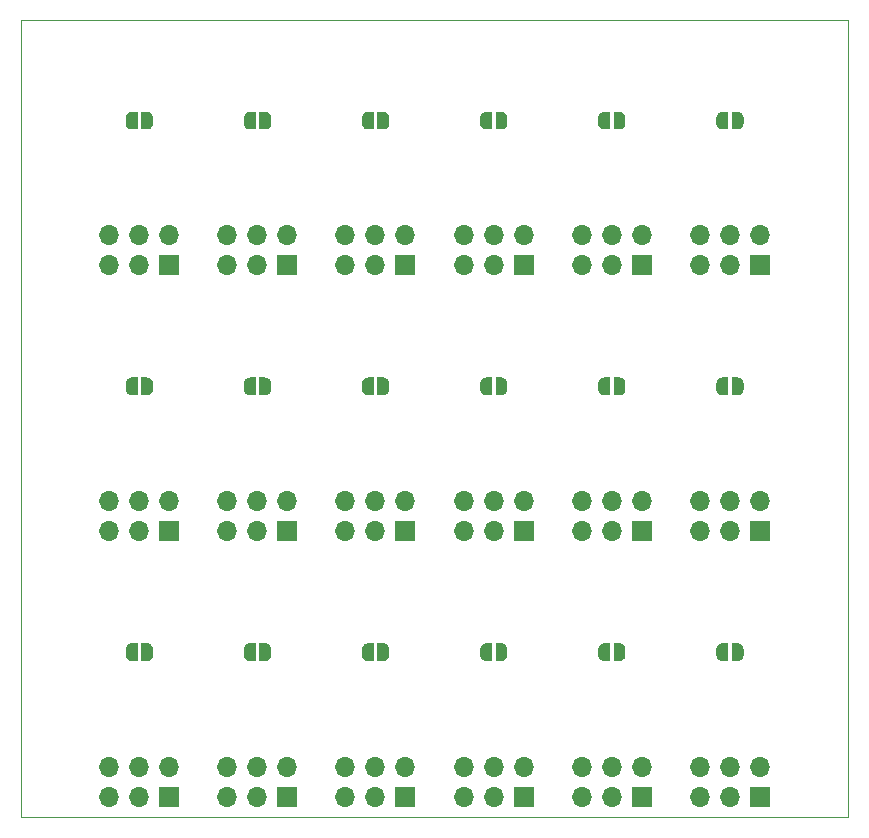
<source format=gbr>
G04 #@! TF.GenerationSoftware,KiCad,Pcbnew,5.1.10-88a1d61d58~90~ubuntu21.04.1*
G04 #@! TF.CreationDate,2021-10-15T10:02:05+02:00*
G04 #@! TF.ProjectId,IndicatorLeds,496e6469-6361-4746-9f72-4c6564732e6b,rev?*
G04 #@! TF.SameCoordinates,Original*
G04 #@! TF.FileFunction,Soldermask,Bot*
G04 #@! TF.FilePolarity,Negative*
%FSLAX46Y46*%
G04 Gerber Fmt 4.6, Leading zero omitted, Abs format (unit mm)*
G04 Created by KiCad (PCBNEW 5.1.10-88a1d61d58~90~ubuntu21.04.1) date 2021-10-15 10:02:05*
%MOMM*%
%LPD*%
G01*
G04 APERTURE LIST*
G04 #@! TA.AperFunction,Profile*
%ADD10C,0.100000*%
G04 #@! TD*
%ADD11R,1.700000X1.700000*%
%ADD12O,1.700000X1.700000*%
%ADD13C,0.350000*%
G04 APERTURE END LIST*
D10*
X45000000Y-49999000D02*
X110000000Y-49999000D01*
X45000000Y-117501000D02*
X45000000Y-49999000D01*
X115001000Y-117501000D02*
X45000000Y-117501000D01*
X115001000Y-49999000D02*
X115001000Y-117501000D01*
X110000000Y-49999000D02*
X115001000Y-49999000D01*
D11*
G04 #@! TO.C,J1*
X107529026Y-115761011D03*
D12*
X107529026Y-113221011D03*
X104989026Y-115761011D03*
X104989026Y-113221011D03*
X102449026Y-115761011D03*
X102449026Y-113221011D03*
G04 #@! TD*
D13*
G04 #@! TO.C,JP1*
G36*
X104850026Y-104250011D02*
G01*
X104350026Y-104250011D01*
X104350026Y-104249409D01*
X104325492Y-104249409D01*
X104276661Y-104244599D01*
X104228536Y-104235027D01*
X104181581Y-104220783D01*
X104136248Y-104202006D01*
X104092975Y-104178875D01*
X104052176Y-104151615D01*
X104014247Y-104120487D01*
X103979550Y-104085790D01*
X103948422Y-104047861D01*
X103921162Y-104007062D01*
X103898031Y-103963789D01*
X103879254Y-103918456D01*
X103865010Y-103871501D01*
X103855438Y-103823376D01*
X103850628Y-103774545D01*
X103850628Y-103750011D01*
X103850026Y-103750011D01*
X103850026Y-103250011D01*
X103850628Y-103250011D01*
X103850628Y-103225477D01*
X103855438Y-103176646D01*
X103865010Y-103128521D01*
X103879254Y-103081566D01*
X103898031Y-103036233D01*
X103921162Y-102992960D01*
X103948422Y-102952161D01*
X103979550Y-102914232D01*
X104014247Y-102879535D01*
X104052176Y-102848407D01*
X104092975Y-102821147D01*
X104136248Y-102798016D01*
X104181581Y-102779239D01*
X104228536Y-102764995D01*
X104276661Y-102755423D01*
X104325492Y-102750613D01*
X104350026Y-102750613D01*
X104350026Y-102750011D01*
X104850026Y-102750011D01*
X104850026Y-104250011D01*
G37*
G36*
X105650026Y-102750613D02*
G01*
X105674560Y-102750613D01*
X105723391Y-102755423D01*
X105771516Y-102764995D01*
X105818471Y-102779239D01*
X105863804Y-102798016D01*
X105907077Y-102821147D01*
X105947876Y-102848407D01*
X105985805Y-102879535D01*
X106020502Y-102914232D01*
X106051630Y-102952161D01*
X106078890Y-102992960D01*
X106102021Y-103036233D01*
X106120798Y-103081566D01*
X106135042Y-103128521D01*
X106144614Y-103176646D01*
X106149424Y-103225477D01*
X106149424Y-103250011D01*
X106150026Y-103250011D01*
X106150026Y-103750011D01*
X106149424Y-103750011D01*
X106149424Y-103774545D01*
X106144614Y-103823376D01*
X106135042Y-103871501D01*
X106120798Y-103918456D01*
X106102021Y-103963789D01*
X106078890Y-104007062D01*
X106051630Y-104047861D01*
X106020502Y-104085790D01*
X105985805Y-104120487D01*
X105947876Y-104151615D01*
X105907077Y-104178875D01*
X105863804Y-104202006D01*
X105818471Y-104220783D01*
X105771516Y-104235027D01*
X105723391Y-104244599D01*
X105674560Y-104249409D01*
X105650026Y-104249409D01*
X105650026Y-104250011D01*
X105150026Y-104250011D01*
X105150026Y-102750011D01*
X105650026Y-102750011D01*
X105650026Y-102750613D01*
G37*
G04 #@! TD*
D11*
G04 #@! TO.C,J1*
X97529021Y-115761011D03*
D12*
X97529021Y-113221011D03*
X94989021Y-115761011D03*
X94989021Y-113221011D03*
X92449021Y-115761011D03*
X92449021Y-113221011D03*
G04 #@! TD*
D13*
G04 #@! TO.C,JP1*
G36*
X94850021Y-104250011D02*
G01*
X94350021Y-104250011D01*
X94350021Y-104249409D01*
X94325487Y-104249409D01*
X94276656Y-104244599D01*
X94228531Y-104235027D01*
X94181576Y-104220783D01*
X94136243Y-104202006D01*
X94092970Y-104178875D01*
X94052171Y-104151615D01*
X94014242Y-104120487D01*
X93979545Y-104085790D01*
X93948417Y-104047861D01*
X93921157Y-104007062D01*
X93898026Y-103963789D01*
X93879249Y-103918456D01*
X93865005Y-103871501D01*
X93855433Y-103823376D01*
X93850623Y-103774545D01*
X93850623Y-103750011D01*
X93850021Y-103750011D01*
X93850021Y-103250011D01*
X93850623Y-103250011D01*
X93850623Y-103225477D01*
X93855433Y-103176646D01*
X93865005Y-103128521D01*
X93879249Y-103081566D01*
X93898026Y-103036233D01*
X93921157Y-102992960D01*
X93948417Y-102952161D01*
X93979545Y-102914232D01*
X94014242Y-102879535D01*
X94052171Y-102848407D01*
X94092970Y-102821147D01*
X94136243Y-102798016D01*
X94181576Y-102779239D01*
X94228531Y-102764995D01*
X94276656Y-102755423D01*
X94325487Y-102750613D01*
X94350021Y-102750613D01*
X94350021Y-102750011D01*
X94850021Y-102750011D01*
X94850021Y-104250011D01*
G37*
G36*
X95650021Y-102750613D02*
G01*
X95674555Y-102750613D01*
X95723386Y-102755423D01*
X95771511Y-102764995D01*
X95818466Y-102779239D01*
X95863799Y-102798016D01*
X95907072Y-102821147D01*
X95947871Y-102848407D01*
X95985800Y-102879535D01*
X96020497Y-102914232D01*
X96051625Y-102952161D01*
X96078885Y-102992960D01*
X96102016Y-103036233D01*
X96120793Y-103081566D01*
X96135037Y-103128521D01*
X96144609Y-103176646D01*
X96149419Y-103225477D01*
X96149419Y-103250011D01*
X96150021Y-103250011D01*
X96150021Y-103750011D01*
X96149419Y-103750011D01*
X96149419Y-103774545D01*
X96144609Y-103823376D01*
X96135037Y-103871501D01*
X96120793Y-103918456D01*
X96102016Y-103963789D01*
X96078885Y-104007062D01*
X96051625Y-104047861D01*
X96020497Y-104085790D01*
X95985800Y-104120487D01*
X95947871Y-104151615D01*
X95907072Y-104178875D01*
X95863799Y-104202006D01*
X95818466Y-104220783D01*
X95771511Y-104235027D01*
X95723386Y-104244599D01*
X95674555Y-104249409D01*
X95650021Y-104249409D01*
X95650021Y-104250011D01*
X95150021Y-104250011D01*
X95150021Y-102750011D01*
X95650021Y-102750011D01*
X95650021Y-102750613D01*
G37*
G04 #@! TD*
D11*
G04 #@! TO.C,J1*
X87529016Y-115761011D03*
D12*
X87529016Y-113221011D03*
X84989016Y-115761011D03*
X84989016Y-113221011D03*
X82449016Y-115761011D03*
X82449016Y-113221011D03*
G04 #@! TD*
D13*
G04 #@! TO.C,JP1*
G36*
X84850016Y-104250011D02*
G01*
X84350016Y-104250011D01*
X84350016Y-104249409D01*
X84325482Y-104249409D01*
X84276651Y-104244599D01*
X84228526Y-104235027D01*
X84181571Y-104220783D01*
X84136238Y-104202006D01*
X84092965Y-104178875D01*
X84052166Y-104151615D01*
X84014237Y-104120487D01*
X83979540Y-104085790D01*
X83948412Y-104047861D01*
X83921152Y-104007062D01*
X83898021Y-103963789D01*
X83879244Y-103918456D01*
X83865000Y-103871501D01*
X83855428Y-103823376D01*
X83850618Y-103774545D01*
X83850618Y-103750011D01*
X83850016Y-103750011D01*
X83850016Y-103250011D01*
X83850618Y-103250011D01*
X83850618Y-103225477D01*
X83855428Y-103176646D01*
X83865000Y-103128521D01*
X83879244Y-103081566D01*
X83898021Y-103036233D01*
X83921152Y-102992960D01*
X83948412Y-102952161D01*
X83979540Y-102914232D01*
X84014237Y-102879535D01*
X84052166Y-102848407D01*
X84092965Y-102821147D01*
X84136238Y-102798016D01*
X84181571Y-102779239D01*
X84228526Y-102764995D01*
X84276651Y-102755423D01*
X84325482Y-102750613D01*
X84350016Y-102750613D01*
X84350016Y-102750011D01*
X84850016Y-102750011D01*
X84850016Y-104250011D01*
G37*
G36*
X85650016Y-102750613D02*
G01*
X85674550Y-102750613D01*
X85723381Y-102755423D01*
X85771506Y-102764995D01*
X85818461Y-102779239D01*
X85863794Y-102798016D01*
X85907067Y-102821147D01*
X85947866Y-102848407D01*
X85985795Y-102879535D01*
X86020492Y-102914232D01*
X86051620Y-102952161D01*
X86078880Y-102992960D01*
X86102011Y-103036233D01*
X86120788Y-103081566D01*
X86135032Y-103128521D01*
X86144604Y-103176646D01*
X86149414Y-103225477D01*
X86149414Y-103250011D01*
X86150016Y-103250011D01*
X86150016Y-103750011D01*
X86149414Y-103750011D01*
X86149414Y-103774545D01*
X86144604Y-103823376D01*
X86135032Y-103871501D01*
X86120788Y-103918456D01*
X86102011Y-103963789D01*
X86078880Y-104007062D01*
X86051620Y-104047861D01*
X86020492Y-104085790D01*
X85985795Y-104120487D01*
X85947866Y-104151615D01*
X85907067Y-104178875D01*
X85863794Y-104202006D01*
X85818461Y-104220783D01*
X85771506Y-104235027D01*
X85723381Y-104244599D01*
X85674550Y-104249409D01*
X85650016Y-104249409D01*
X85650016Y-104250011D01*
X85150016Y-104250011D01*
X85150016Y-102750011D01*
X85650016Y-102750011D01*
X85650016Y-102750613D01*
G37*
G04 #@! TD*
D11*
G04 #@! TO.C,J1*
X77529011Y-115761011D03*
D12*
X77529011Y-113221011D03*
X74989011Y-115761011D03*
X74989011Y-113221011D03*
X72449011Y-115761011D03*
X72449011Y-113221011D03*
G04 #@! TD*
D13*
G04 #@! TO.C,JP1*
G36*
X74850011Y-104250011D02*
G01*
X74350011Y-104250011D01*
X74350011Y-104249409D01*
X74325477Y-104249409D01*
X74276646Y-104244599D01*
X74228521Y-104235027D01*
X74181566Y-104220783D01*
X74136233Y-104202006D01*
X74092960Y-104178875D01*
X74052161Y-104151615D01*
X74014232Y-104120487D01*
X73979535Y-104085790D01*
X73948407Y-104047861D01*
X73921147Y-104007062D01*
X73898016Y-103963789D01*
X73879239Y-103918456D01*
X73864995Y-103871501D01*
X73855423Y-103823376D01*
X73850613Y-103774545D01*
X73850613Y-103750011D01*
X73850011Y-103750011D01*
X73850011Y-103250011D01*
X73850613Y-103250011D01*
X73850613Y-103225477D01*
X73855423Y-103176646D01*
X73864995Y-103128521D01*
X73879239Y-103081566D01*
X73898016Y-103036233D01*
X73921147Y-102992960D01*
X73948407Y-102952161D01*
X73979535Y-102914232D01*
X74014232Y-102879535D01*
X74052161Y-102848407D01*
X74092960Y-102821147D01*
X74136233Y-102798016D01*
X74181566Y-102779239D01*
X74228521Y-102764995D01*
X74276646Y-102755423D01*
X74325477Y-102750613D01*
X74350011Y-102750613D01*
X74350011Y-102750011D01*
X74850011Y-102750011D01*
X74850011Y-104250011D01*
G37*
G36*
X75650011Y-102750613D02*
G01*
X75674545Y-102750613D01*
X75723376Y-102755423D01*
X75771501Y-102764995D01*
X75818456Y-102779239D01*
X75863789Y-102798016D01*
X75907062Y-102821147D01*
X75947861Y-102848407D01*
X75985790Y-102879535D01*
X76020487Y-102914232D01*
X76051615Y-102952161D01*
X76078875Y-102992960D01*
X76102006Y-103036233D01*
X76120783Y-103081566D01*
X76135027Y-103128521D01*
X76144599Y-103176646D01*
X76149409Y-103225477D01*
X76149409Y-103250011D01*
X76150011Y-103250011D01*
X76150011Y-103750011D01*
X76149409Y-103750011D01*
X76149409Y-103774545D01*
X76144599Y-103823376D01*
X76135027Y-103871501D01*
X76120783Y-103918456D01*
X76102006Y-103963789D01*
X76078875Y-104007062D01*
X76051615Y-104047861D01*
X76020487Y-104085790D01*
X75985790Y-104120487D01*
X75947861Y-104151615D01*
X75907062Y-104178875D01*
X75863789Y-104202006D01*
X75818456Y-104220783D01*
X75771501Y-104235027D01*
X75723376Y-104244599D01*
X75674545Y-104249409D01*
X75650011Y-104249409D01*
X75650011Y-104250011D01*
X75150011Y-104250011D01*
X75150011Y-102750011D01*
X75650011Y-102750011D01*
X75650011Y-102750613D01*
G37*
G04 #@! TD*
D11*
G04 #@! TO.C,J1*
X67529006Y-115761011D03*
D12*
X67529006Y-113221011D03*
X64989006Y-115761011D03*
X64989006Y-113221011D03*
X62449006Y-115761011D03*
X62449006Y-113221011D03*
G04 #@! TD*
D13*
G04 #@! TO.C,JP1*
G36*
X64850006Y-104250011D02*
G01*
X64350006Y-104250011D01*
X64350006Y-104249409D01*
X64325472Y-104249409D01*
X64276641Y-104244599D01*
X64228516Y-104235027D01*
X64181561Y-104220783D01*
X64136228Y-104202006D01*
X64092955Y-104178875D01*
X64052156Y-104151615D01*
X64014227Y-104120487D01*
X63979530Y-104085790D01*
X63948402Y-104047861D01*
X63921142Y-104007062D01*
X63898011Y-103963789D01*
X63879234Y-103918456D01*
X63864990Y-103871501D01*
X63855418Y-103823376D01*
X63850608Y-103774545D01*
X63850608Y-103750011D01*
X63850006Y-103750011D01*
X63850006Y-103250011D01*
X63850608Y-103250011D01*
X63850608Y-103225477D01*
X63855418Y-103176646D01*
X63864990Y-103128521D01*
X63879234Y-103081566D01*
X63898011Y-103036233D01*
X63921142Y-102992960D01*
X63948402Y-102952161D01*
X63979530Y-102914232D01*
X64014227Y-102879535D01*
X64052156Y-102848407D01*
X64092955Y-102821147D01*
X64136228Y-102798016D01*
X64181561Y-102779239D01*
X64228516Y-102764995D01*
X64276641Y-102755423D01*
X64325472Y-102750613D01*
X64350006Y-102750613D01*
X64350006Y-102750011D01*
X64850006Y-102750011D01*
X64850006Y-104250011D01*
G37*
G36*
X65650006Y-102750613D02*
G01*
X65674540Y-102750613D01*
X65723371Y-102755423D01*
X65771496Y-102764995D01*
X65818451Y-102779239D01*
X65863784Y-102798016D01*
X65907057Y-102821147D01*
X65947856Y-102848407D01*
X65985785Y-102879535D01*
X66020482Y-102914232D01*
X66051610Y-102952161D01*
X66078870Y-102992960D01*
X66102001Y-103036233D01*
X66120778Y-103081566D01*
X66135022Y-103128521D01*
X66144594Y-103176646D01*
X66149404Y-103225477D01*
X66149404Y-103250011D01*
X66150006Y-103250011D01*
X66150006Y-103750011D01*
X66149404Y-103750011D01*
X66149404Y-103774545D01*
X66144594Y-103823376D01*
X66135022Y-103871501D01*
X66120778Y-103918456D01*
X66102001Y-103963789D01*
X66078870Y-104007062D01*
X66051610Y-104047861D01*
X66020482Y-104085790D01*
X65985785Y-104120487D01*
X65947856Y-104151615D01*
X65907057Y-104178875D01*
X65863784Y-104202006D01*
X65818451Y-104220783D01*
X65771496Y-104235027D01*
X65723371Y-104244599D01*
X65674540Y-104249409D01*
X65650006Y-104249409D01*
X65650006Y-104250011D01*
X65150006Y-104250011D01*
X65150006Y-102750011D01*
X65650006Y-102750011D01*
X65650006Y-102750613D01*
G37*
G04 #@! TD*
D11*
G04 #@! TO.C,J1*
X57529001Y-115761011D03*
D12*
X57529001Y-113221011D03*
X54989001Y-115761011D03*
X54989001Y-113221011D03*
X52449001Y-115761011D03*
X52449001Y-113221011D03*
G04 #@! TD*
D13*
G04 #@! TO.C,JP1*
G36*
X54850001Y-104250011D02*
G01*
X54350001Y-104250011D01*
X54350001Y-104249409D01*
X54325467Y-104249409D01*
X54276636Y-104244599D01*
X54228511Y-104235027D01*
X54181556Y-104220783D01*
X54136223Y-104202006D01*
X54092950Y-104178875D01*
X54052151Y-104151615D01*
X54014222Y-104120487D01*
X53979525Y-104085790D01*
X53948397Y-104047861D01*
X53921137Y-104007062D01*
X53898006Y-103963789D01*
X53879229Y-103918456D01*
X53864985Y-103871501D01*
X53855413Y-103823376D01*
X53850603Y-103774545D01*
X53850603Y-103750011D01*
X53850001Y-103750011D01*
X53850001Y-103250011D01*
X53850603Y-103250011D01*
X53850603Y-103225477D01*
X53855413Y-103176646D01*
X53864985Y-103128521D01*
X53879229Y-103081566D01*
X53898006Y-103036233D01*
X53921137Y-102992960D01*
X53948397Y-102952161D01*
X53979525Y-102914232D01*
X54014222Y-102879535D01*
X54052151Y-102848407D01*
X54092950Y-102821147D01*
X54136223Y-102798016D01*
X54181556Y-102779239D01*
X54228511Y-102764995D01*
X54276636Y-102755423D01*
X54325467Y-102750613D01*
X54350001Y-102750613D01*
X54350001Y-102750011D01*
X54850001Y-102750011D01*
X54850001Y-104250011D01*
G37*
G36*
X55650001Y-102750613D02*
G01*
X55674535Y-102750613D01*
X55723366Y-102755423D01*
X55771491Y-102764995D01*
X55818446Y-102779239D01*
X55863779Y-102798016D01*
X55907052Y-102821147D01*
X55947851Y-102848407D01*
X55985780Y-102879535D01*
X56020477Y-102914232D01*
X56051605Y-102952161D01*
X56078865Y-102992960D01*
X56101996Y-103036233D01*
X56120773Y-103081566D01*
X56135017Y-103128521D01*
X56144589Y-103176646D01*
X56149399Y-103225477D01*
X56149399Y-103250011D01*
X56150001Y-103250011D01*
X56150001Y-103750011D01*
X56149399Y-103750011D01*
X56149399Y-103774545D01*
X56144589Y-103823376D01*
X56135017Y-103871501D01*
X56120773Y-103918456D01*
X56101996Y-103963789D01*
X56078865Y-104007062D01*
X56051605Y-104047861D01*
X56020477Y-104085790D01*
X55985780Y-104120487D01*
X55947851Y-104151615D01*
X55907052Y-104178875D01*
X55863779Y-104202006D01*
X55818446Y-104220783D01*
X55771491Y-104235027D01*
X55723366Y-104244599D01*
X55674535Y-104249409D01*
X55650001Y-104249409D01*
X55650001Y-104250011D01*
X55150001Y-104250011D01*
X55150001Y-102750011D01*
X55650001Y-102750011D01*
X55650001Y-102750613D01*
G37*
G04 #@! TD*
D11*
G04 #@! TO.C,J1*
X107529026Y-93261006D03*
D12*
X107529026Y-90721006D03*
X104989026Y-93261006D03*
X104989026Y-90721006D03*
X102449026Y-93261006D03*
X102449026Y-90721006D03*
G04 #@! TD*
D13*
G04 #@! TO.C,JP1*
G36*
X104850026Y-81750006D02*
G01*
X104350026Y-81750006D01*
X104350026Y-81749404D01*
X104325492Y-81749404D01*
X104276661Y-81744594D01*
X104228536Y-81735022D01*
X104181581Y-81720778D01*
X104136248Y-81702001D01*
X104092975Y-81678870D01*
X104052176Y-81651610D01*
X104014247Y-81620482D01*
X103979550Y-81585785D01*
X103948422Y-81547856D01*
X103921162Y-81507057D01*
X103898031Y-81463784D01*
X103879254Y-81418451D01*
X103865010Y-81371496D01*
X103855438Y-81323371D01*
X103850628Y-81274540D01*
X103850628Y-81250006D01*
X103850026Y-81250006D01*
X103850026Y-80750006D01*
X103850628Y-80750006D01*
X103850628Y-80725472D01*
X103855438Y-80676641D01*
X103865010Y-80628516D01*
X103879254Y-80581561D01*
X103898031Y-80536228D01*
X103921162Y-80492955D01*
X103948422Y-80452156D01*
X103979550Y-80414227D01*
X104014247Y-80379530D01*
X104052176Y-80348402D01*
X104092975Y-80321142D01*
X104136248Y-80298011D01*
X104181581Y-80279234D01*
X104228536Y-80264990D01*
X104276661Y-80255418D01*
X104325492Y-80250608D01*
X104350026Y-80250608D01*
X104350026Y-80250006D01*
X104850026Y-80250006D01*
X104850026Y-81750006D01*
G37*
G36*
X105650026Y-80250608D02*
G01*
X105674560Y-80250608D01*
X105723391Y-80255418D01*
X105771516Y-80264990D01*
X105818471Y-80279234D01*
X105863804Y-80298011D01*
X105907077Y-80321142D01*
X105947876Y-80348402D01*
X105985805Y-80379530D01*
X106020502Y-80414227D01*
X106051630Y-80452156D01*
X106078890Y-80492955D01*
X106102021Y-80536228D01*
X106120798Y-80581561D01*
X106135042Y-80628516D01*
X106144614Y-80676641D01*
X106149424Y-80725472D01*
X106149424Y-80750006D01*
X106150026Y-80750006D01*
X106150026Y-81250006D01*
X106149424Y-81250006D01*
X106149424Y-81274540D01*
X106144614Y-81323371D01*
X106135042Y-81371496D01*
X106120798Y-81418451D01*
X106102021Y-81463784D01*
X106078890Y-81507057D01*
X106051630Y-81547856D01*
X106020502Y-81585785D01*
X105985805Y-81620482D01*
X105947876Y-81651610D01*
X105907077Y-81678870D01*
X105863804Y-81702001D01*
X105818471Y-81720778D01*
X105771516Y-81735022D01*
X105723391Y-81744594D01*
X105674560Y-81749404D01*
X105650026Y-81749404D01*
X105650026Y-81750006D01*
X105150026Y-81750006D01*
X105150026Y-80250006D01*
X105650026Y-80250006D01*
X105650026Y-80250608D01*
G37*
G04 #@! TD*
D11*
G04 #@! TO.C,J1*
X97529021Y-93261006D03*
D12*
X97529021Y-90721006D03*
X94989021Y-93261006D03*
X94989021Y-90721006D03*
X92449021Y-93261006D03*
X92449021Y-90721006D03*
G04 #@! TD*
D13*
G04 #@! TO.C,JP1*
G36*
X94850021Y-81750006D02*
G01*
X94350021Y-81750006D01*
X94350021Y-81749404D01*
X94325487Y-81749404D01*
X94276656Y-81744594D01*
X94228531Y-81735022D01*
X94181576Y-81720778D01*
X94136243Y-81702001D01*
X94092970Y-81678870D01*
X94052171Y-81651610D01*
X94014242Y-81620482D01*
X93979545Y-81585785D01*
X93948417Y-81547856D01*
X93921157Y-81507057D01*
X93898026Y-81463784D01*
X93879249Y-81418451D01*
X93865005Y-81371496D01*
X93855433Y-81323371D01*
X93850623Y-81274540D01*
X93850623Y-81250006D01*
X93850021Y-81250006D01*
X93850021Y-80750006D01*
X93850623Y-80750006D01*
X93850623Y-80725472D01*
X93855433Y-80676641D01*
X93865005Y-80628516D01*
X93879249Y-80581561D01*
X93898026Y-80536228D01*
X93921157Y-80492955D01*
X93948417Y-80452156D01*
X93979545Y-80414227D01*
X94014242Y-80379530D01*
X94052171Y-80348402D01*
X94092970Y-80321142D01*
X94136243Y-80298011D01*
X94181576Y-80279234D01*
X94228531Y-80264990D01*
X94276656Y-80255418D01*
X94325487Y-80250608D01*
X94350021Y-80250608D01*
X94350021Y-80250006D01*
X94850021Y-80250006D01*
X94850021Y-81750006D01*
G37*
G36*
X95650021Y-80250608D02*
G01*
X95674555Y-80250608D01*
X95723386Y-80255418D01*
X95771511Y-80264990D01*
X95818466Y-80279234D01*
X95863799Y-80298011D01*
X95907072Y-80321142D01*
X95947871Y-80348402D01*
X95985800Y-80379530D01*
X96020497Y-80414227D01*
X96051625Y-80452156D01*
X96078885Y-80492955D01*
X96102016Y-80536228D01*
X96120793Y-80581561D01*
X96135037Y-80628516D01*
X96144609Y-80676641D01*
X96149419Y-80725472D01*
X96149419Y-80750006D01*
X96150021Y-80750006D01*
X96150021Y-81250006D01*
X96149419Y-81250006D01*
X96149419Y-81274540D01*
X96144609Y-81323371D01*
X96135037Y-81371496D01*
X96120793Y-81418451D01*
X96102016Y-81463784D01*
X96078885Y-81507057D01*
X96051625Y-81547856D01*
X96020497Y-81585785D01*
X95985800Y-81620482D01*
X95947871Y-81651610D01*
X95907072Y-81678870D01*
X95863799Y-81702001D01*
X95818466Y-81720778D01*
X95771511Y-81735022D01*
X95723386Y-81744594D01*
X95674555Y-81749404D01*
X95650021Y-81749404D01*
X95650021Y-81750006D01*
X95150021Y-81750006D01*
X95150021Y-80250006D01*
X95650021Y-80250006D01*
X95650021Y-80250608D01*
G37*
G04 #@! TD*
D11*
G04 #@! TO.C,J1*
X87529016Y-93261006D03*
D12*
X87529016Y-90721006D03*
X84989016Y-93261006D03*
X84989016Y-90721006D03*
X82449016Y-93261006D03*
X82449016Y-90721006D03*
G04 #@! TD*
D13*
G04 #@! TO.C,JP1*
G36*
X84850016Y-81750006D02*
G01*
X84350016Y-81750006D01*
X84350016Y-81749404D01*
X84325482Y-81749404D01*
X84276651Y-81744594D01*
X84228526Y-81735022D01*
X84181571Y-81720778D01*
X84136238Y-81702001D01*
X84092965Y-81678870D01*
X84052166Y-81651610D01*
X84014237Y-81620482D01*
X83979540Y-81585785D01*
X83948412Y-81547856D01*
X83921152Y-81507057D01*
X83898021Y-81463784D01*
X83879244Y-81418451D01*
X83865000Y-81371496D01*
X83855428Y-81323371D01*
X83850618Y-81274540D01*
X83850618Y-81250006D01*
X83850016Y-81250006D01*
X83850016Y-80750006D01*
X83850618Y-80750006D01*
X83850618Y-80725472D01*
X83855428Y-80676641D01*
X83865000Y-80628516D01*
X83879244Y-80581561D01*
X83898021Y-80536228D01*
X83921152Y-80492955D01*
X83948412Y-80452156D01*
X83979540Y-80414227D01*
X84014237Y-80379530D01*
X84052166Y-80348402D01*
X84092965Y-80321142D01*
X84136238Y-80298011D01*
X84181571Y-80279234D01*
X84228526Y-80264990D01*
X84276651Y-80255418D01*
X84325482Y-80250608D01*
X84350016Y-80250608D01*
X84350016Y-80250006D01*
X84850016Y-80250006D01*
X84850016Y-81750006D01*
G37*
G36*
X85650016Y-80250608D02*
G01*
X85674550Y-80250608D01*
X85723381Y-80255418D01*
X85771506Y-80264990D01*
X85818461Y-80279234D01*
X85863794Y-80298011D01*
X85907067Y-80321142D01*
X85947866Y-80348402D01*
X85985795Y-80379530D01*
X86020492Y-80414227D01*
X86051620Y-80452156D01*
X86078880Y-80492955D01*
X86102011Y-80536228D01*
X86120788Y-80581561D01*
X86135032Y-80628516D01*
X86144604Y-80676641D01*
X86149414Y-80725472D01*
X86149414Y-80750006D01*
X86150016Y-80750006D01*
X86150016Y-81250006D01*
X86149414Y-81250006D01*
X86149414Y-81274540D01*
X86144604Y-81323371D01*
X86135032Y-81371496D01*
X86120788Y-81418451D01*
X86102011Y-81463784D01*
X86078880Y-81507057D01*
X86051620Y-81547856D01*
X86020492Y-81585785D01*
X85985795Y-81620482D01*
X85947866Y-81651610D01*
X85907067Y-81678870D01*
X85863794Y-81702001D01*
X85818461Y-81720778D01*
X85771506Y-81735022D01*
X85723381Y-81744594D01*
X85674550Y-81749404D01*
X85650016Y-81749404D01*
X85650016Y-81750006D01*
X85150016Y-81750006D01*
X85150016Y-80250006D01*
X85650016Y-80250006D01*
X85650016Y-80250608D01*
G37*
G04 #@! TD*
D11*
G04 #@! TO.C,J1*
X77529011Y-93261006D03*
D12*
X77529011Y-90721006D03*
X74989011Y-93261006D03*
X74989011Y-90721006D03*
X72449011Y-93261006D03*
X72449011Y-90721006D03*
G04 #@! TD*
D13*
G04 #@! TO.C,JP1*
G36*
X74850011Y-81750006D02*
G01*
X74350011Y-81750006D01*
X74350011Y-81749404D01*
X74325477Y-81749404D01*
X74276646Y-81744594D01*
X74228521Y-81735022D01*
X74181566Y-81720778D01*
X74136233Y-81702001D01*
X74092960Y-81678870D01*
X74052161Y-81651610D01*
X74014232Y-81620482D01*
X73979535Y-81585785D01*
X73948407Y-81547856D01*
X73921147Y-81507057D01*
X73898016Y-81463784D01*
X73879239Y-81418451D01*
X73864995Y-81371496D01*
X73855423Y-81323371D01*
X73850613Y-81274540D01*
X73850613Y-81250006D01*
X73850011Y-81250006D01*
X73850011Y-80750006D01*
X73850613Y-80750006D01*
X73850613Y-80725472D01*
X73855423Y-80676641D01*
X73864995Y-80628516D01*
X73879239Y-80581561D01*
X73898016Y-80536228D01*
X73921147Y-80492955D01*
X73948407Y-80452156D01*
X73979535Y-80414227D01*
X74014232Y-80379530D01*
X74052161Y-80348402D01*
X74092960Y-80321142D01*
X74136233Y-80298011D01*
X74181566Y-80279234D01*
X74228521Y-80264990D01*
X74276646Y-80255418D01*
X74325477Y-80250608D01*
X74350011Y-80250608D01*
X74350011Y-80250006D01*
X74850011Y-80250006D01*
X74850011Y-81750006D01*
G37*
G36*
X75650011Y-80250608D02*
G01*
X75674545Y-80250608D01*
X75723376Y-80255418D01*
X75771501Y-80264990D01*
X75818456Y-80279234D01*
X75863789Y-80298011D01*
X75907062Y-80321142D01*
X75947861Y-80348402D01*
X75985790Y-80379530D01*
X76020487Y-80414227D01*
X76051615Y-80452156D01*
X76078875Y-80492955D01*
X76102006Y-80536228D01*
X76120783Y-80581561D01*
X76135027Y-80628516D01*
X76144599Y-80676641D01*
X76149409Y-80725472D01*
X76149409Y-80750006D01*
X76150011Y-80750006D01*
X76150011Y-81250006D01*
X76149409Y-81250006D01*
X76149409Y-81274540D01*
X76144599Y-81323371D01*
X76135027Y-81371496D01*
X76120783Y-81418451D01*
X76102006Y-81463784D01*
X76078875Y-81507057D01*
X76051615Y-81547856D01*
X76020487Y-81585785D01*
X75985790Y-81620482D01*
X75947861Y-81651610D01*
X75907062Y-81678870D01*
X75863789Y-81702001D01*
X75818456Y-81720778D01*
X75771501Y-81735022D01*
X75723376Y-81744594D01*
X75674545Y-81749404D01*
X75650011Y-81749404D01*
X75650011Y-81750006D01*
X75150011Y-81750006D01*
X75150011Y-80250006D01*
X75650011Y-80250006D01*
X75650011Y-80250608D01*
G37*
G04 #@! TD*
D11*
G04 #@! TO.C,J1*
X67529006Y-93261006D03*
D12*
X67529006Y-90721006D03*
X64989006Y-93261006D03*
X64989006Y-90721006D03*
X62449006Y-93261006D03*
X62449006Y-90721006D03*
G04 #@! TD*
D13*
G04 #@! TO.C,JP1*
G36*
X64850006Y-81750006D02*
G01*
X64350006Y-81750006D01*
X64350006Y-81749404D01*
X64325472Y-81749404D01*
X64276641Y-81744594D01*
X64228516Y-81735022D01*
X64181561Y-81720778D01*
X64136228Y-81702001D01*
X64092955Y-81678870D01*
X64052156Y-81651610D01*
X64014227Y-81620482D01*
X63979530Y-81585785D01*
X63948402Y-81547856D01*
X63921142Y-81507057D01*
X63898011Y-81463784D01*
X63879234Y-81418451D01*
X63864990Y-81371496D01*
X63855418Y-81323371D01*
X63850608Y-81274540D01*
X63850608Y-81250006D01*
X63850006Y-81250006D01*
X63850006Y-80750006D01*
X63850608Y-80750006D01*
X63850608Y-80725472D01*
X63855418Y-80676641D01*
X63864990Y-80628516D01*
X63879234Y-80581561D01*
X63898011Y-80536228D01*
X63921142Y-80492955D01*
X63948402Y-80452156D01*
X63979530Y-80414227D01*
X64014227Y-80379530D01*
X64052156Y-80348402D01*
X64092955Y-80321142D01*
X64136228Y-80298011D01*
X64181561Y-80279234D01*
X64228516Y-80264990D01*
X64276641Y-80255418D01*
X64325472Y-80250608D01*
X64350006Y-80250608D01*
X64350006Y-80250006D01*
X64850006Y-80250006D01*
X64850006Y-81750006D01*
G37*
G36*
X65650006Y-80250608D02*
G01*
X65674540Y-80250608D01*
X65723371Y-80255418D01*
X65771496Y-80264990D01*
X65818451Y-80279234D01*
X65863784Y-80298011D01*
X65907057Y-80321142D01*
X65947856Y-80348402D01*
X65985785Y-80379530D01*
X66020482Y-80414227D01*
X66051610Y-80452156D01*
X66078870Y-80492955D01*
X66102001Y-80536228D01*
X66120778Y-80581561D01*
X66135022Y-80628516D01*
X66144594Y-80676641D01*
X66149404Y-80725472D01*
X66149404Y-80750006D01*
X66150006Y-80750006D01*
X66150006Y-81250006D01*
X66149404Y-81250006D01*
X66149404Y-81274540D01*
X66144594Y-81323371D01*
X66135022Y-81371496D01*
X66120778Y-81418451D01*
X66102001Y-81463784D01*
X66078870Y-81507057D01*
X66051610Y-81547856D01*
X66020482Y-81585785D01*
X65985785Y-81620482D01*
X65947856Y-81651610D01*
X65907057Y-81678870D01*
X65863784Y-81702001D01*
X65818451Y-81720778D01*
X65771496Y-81735022D01*
X65723371Y-81744594D01*
X65674540Y-81749404D01*
X65650006Y-81749404D01*
X65650006Y-81750006D01*
X65150006Y-81750006D01*
X65150006Y-80250006D01*
X65650006Y-80250006D01*
X65650006Y-80250608D01*
G37*
G04 #@! TD*
D11*
G04 #@! TO.C,J1*
X57529001Y-93261006D03*
D12*
X57529001Y-90721006D03*
X54989001Y-93261006D03*
X54989001Y-90721006D03*
X52449001Y-93261006D03*
X52449001Y-90721006D03*
G04 #@! TD*
D13*
G04 #@! TO.C,JP1*
G36*
X54850001Y-81750006D02*
G01*
X54350001Y-81750006D01*
X54350001Y-81749404D01*
X54325467Y-81749404D01*
X54276636Y-81744594D01*
X54228511Y-81735022D01*
X54181556Y-81720778D01*
X54136223Y-81702001D01*
X54092950Y-81678870D01*
X54052151Y-81651610D01*
X54014222Y-81620482D01*
X53979525Y-81585785D01*
X53948397Y-81547856D01*
X53921137Y-81507057D01*
X53898006Y-81463784D01*
X53879229Y-81418451D01*
X53864985Y-81371496D01*
X53855413Y-81323371D01*
X53850603Y-81274540D01*
X53850603Y-81250006D01*
X53850001Y-81250006D01*
X53850001Y-80750006D01*
X53850603Y-80750006D01*
X53850603Y-80725472D01*
X53855413Y-80676641D01*
X53864985Y-80628516D01*
X53879229Y-80581561D01*
X53898006Y-80536228D01*
X53921137Y-80492955D01*
X53948397Y-80452156D01*
X53979525Y-80414227D01*
X54014222Y-80379530D01*
X54052151Y-80348402D01*
X54092950Y-80321142D01*
X54136223Y-80298011D01*
X54181556Y-80279234D01*
X54228511Y-80264990D01*
X54276636Y-80255418D01*
X54325467Y-80250608D01*
X54350001Y-80250608D01*
X54350001Y-80250006D01*
X54850001Y-80250006D01*
X54850001Y-81750006D01*
G37*
G36*
X55650001Y-80250608D02*
G01*
X55674535Y-80250608D01*
X55723366Y-80255418D01*
X55771491Y-80264990D01*
X55818446Y-80279234D01*
X55863779Y-80298011D01*
X55907052Y-80321142D01*
X55947851Y-80348402D01*
X55985780Y-80379530D01*
X56020477Y-80414227D01*
X56051605Y-80452156D01*
X56078865Y-80492955D01*
X56101996Y-80536228D01*
X56120773Y-80581561D01*
X56135017Y-80628516D01*
X56144589Y-80676641D01*
X56149399Y-80725472D01*
X56149399Y-80750006D01*
X56150001Y-80750006D01*
X56150001Y-81250006D01*
X56149399Y-81250006D01*
X56149399Y-81274540D01*
X56144589Y-81323371D01*
X56135017Y-81371496D01*
X56120773Y-81418451D01*
X56101996Y-81463784D01*
X56078865Y-81507057D01*
X56051605Y-81547856D01*
X56020477Y-81585785D01*
X55985780Y-81620482D01*
X55947851Y-81651610D01*
X55907052Y-81678870D01*
X55863779Y-81702001D01*
X55818446Y-81720778D01*
X55771491Y-81735022D01*
X55723366Y-81744594D01*
X55674535Y-81749404D01*
X55650001Y-81749404D01*
X55650001Y-81750006D01*
X55150001Y-81750006D01*
X55150001Y-80250006D01*
X55650001Y-80250006D01*
X55650001Y-80250608D01*
G37*
G04 #@! TD*
D11*
G04 #@! TO.C,J1*
X107529026Y-70761001D03*
D12*
X107529026Y-68221001D03*
X104989026Y-70761001D03*
X104989026Y-68221001D03*
X102449026Y-70761001D03*
X102449026Y-68221001D03*
G04 #@! TD*
D13*
G04 #@! TO.C,JP1*
G36*
X104850026Y-59250001D02*
G01*
X104350026Y-59250001D01*
X104350026Y-59249399D01*
X104325492Y-59249399D01*
X104276661Y-59244589D01*
X104228536Y-59235017D01*
X104181581Y-59220773D01*
X104136248Y-59201996D01*
X104092975Y-59178865D01*
X104052176Y-59151605D01*
X104014247Y-59120477D01*
X103979550Y-59085780D01*
X103948422Y-59047851D01*
X103921162Y-59007052D01*
X103898031Y-58963779D01*
X103879254Y-58918446D01*
X103865010Y-58871491D01*
X103855438Y-58823366D01*
X103850628Y-58774535D01*
X103850628Y-58750001D01*
X103850026Y-58750001D01*
X103850026Y-58250001D01*
X103850628Y-58250001D01*
X103850628Y-58225467D01*
X103855438Y-58176636D01*
X103865010Y-58128511D01*
X103879254Y-58081556D01*
X103898031Y-58036223D01*
X103921162Y-57992950D01*
X103948422Y-57952151D01*
X103979550Y-57914222D01*
X104014247Y-57879525D01*
X104052176Y-57848397D01*
X104092975Y-57821137D01*
X104136248Y-57798006D01*
X104181581Y-57779229D01*
X104228536Y-57764985D01*
X104276661Y-57755413D01*
X104325492Y-57750603D01*
X104350026Y-57750603D01*
X104350026Y-57750001D01*
X104850026Y-57750001D01*
X104850026Y-59250001D01*
G37*
G36*
X105650026Y-57750603D02*
G01*
X105674560Y-57750603D01*
X105723391Y-57755413D01*
X105771516Y-57764985D01*
X105818471Y-57779229D01*
X105863804Y-57798006D01*
X105907077Y-57821137D01*
X105947876Y-57848397D01*
X105985805Y-57879525D01*
X106020502Y-57914222D01*
X106051630Y-57952151D01*
X106078890Y-57992950D01*
X106102021Y-58036223D01*
X106120798Y-58081556D01*
X106135042Y-58128511D01*
X106144614Y-58176636D01*
X106149424Y-58225467D01*
X106149424Y-58250001D01*
X106150026Y-58250001D01*
X106150026Y-58750001D01*
X106149424Y-58750001D01*
X106149424Y-58774535D01*
X106144614Y-58823366D01*
X106135042Y-58871491D01*
X106120798Y-58918446D01*
X106102021Y-58963779D01*
X106078890Y-59007052D01*
X106051630Y-59047851D01*
X106020502Y-59085780D01*
X105985805Y-59120477D01*
X105947876Y-59151605D01*
X105907077Y-59178865D01*
X105863804Y-59201996D01*
X105818471Y-59220773D01*
X105771516Y-59235017D01*
X105723391Y-59244589D01*
X105674560Y-59249399D01*
X105650026Y-59249399D01*
X105650026Y-59250001D01*
X105150026Y-59250001D01*
X105150026Y-57750001D01*
X105650026Y-57750001D01*
X105650026Y-57750603D01*
G37*
G04 #@! TD*
D11*
G04 #@! TO.C,J1*
X97529021Y-70761001D03*
D12*
X97529021Y-68221001D03*
X94989021Y-70761001D03*
X94989021Y-68221001D03*
X92449021Y-70761001D03*
X92449021Y-68221001D03*
G04 #@! TD*
D13*
G04 #@! TO.C,JP1*
G36*
X94850021Y-59250001D02*
G01*
X94350021Y-59250001D01*
X94350021Y-59249399D01*
X94325487Y-59249399D01*
X94276656Y-59244589D01*
X94228531Y-59235017D01*
X94181576Y-59220773D01*
X94136243Y-59201996D01*
X94092970Y-59178865D01*
X94052171Y-59151605D01*
X94014242Y-59120477D01*
X93979545Y-59085780D01*
X93948417Y-59047851D01*
X93921157Y-59007052D01*
X93898026Y-58963779D01*
X93879249Y-58918446D01*
X93865005Y-58871491D01*
X93855433Y-58823366D01*
X93850623Y-58774535D01*
X93850623Y-58750001D01*
X93850021Y-58750001D01*
X93850021Y-58250001D01*
X93850623Y-58250001D01*
X93850623Y-58225467D01*
X93855433Y-58176636D01*
X93865005Y-58128511D01*
X93879249Y-58081556D01*
X93898026Y-58036223D01*
X93921157Y-57992950D01*
X93948417Y-57952151D01*
X93979545Y-57914222D01*
X94014242Y-57879525D01*
X94052171Y-57848397D01*
X94092970Y-57821137D01*
X94136243Y-57798006D01*
X94181576Y-57779229D01*
X94228531Y-57764985D01*
X94276656Y-57755413D01*
X94325487Y-57750603D01*
X94350021Y-57750603D01*
X94350021Y-57750001D01*
X94850021Y-57750001D01*
X94850021Y-59250001D01*
G37*
G36*
X95650021Y-57750603D02*
G01*
X95674555Y-57750603D01*
X95723386Y-57755413D01*
X95771511Y-57764985D01*
X95818466Y-57779229D01*
X95863799Y-57798006D01*
X95907072Y-57821137D01*
X95947871Y-57848397D01*
X95985800Y-57879525D01*
X96020497Y-57914222D01*
X96051625Y-57952151D01*
X96078885Y-57992950D01*
X96102016Y-58036223D01*
X96120793Y-58081556D01*
X96135037Y-58128511D01*
X96144609Y-58176636D01*
X96149419Y-58225467D01*
X96149419Y-58250001D01*
X96150021Y-58250001D01*
X96150021Y-58750001D01*
X96149419Y-58750001D01*
X96149419Y-58774535D01*
X96144609Y-58823366D01*
X96135037Y-58871491D01*
X96120793Y-58918446D01*
X96102016Y-58963779D01*
X96078885Y-59007052D01*
X96051625Y-59047851D01*
X96020497Y-59085780D01*
X95985800Y-59120477D01*
X95947871Y-59151605D01*
X95907072Y-59178865D01*
X95863799Y-59201996D01*
X95818466Y-59220773D01*
X95771511Y-59235017D01*
X95723386Y-59244589D01*
X95674555Y-59249399D01*
X95650021Y-59249399D01*
X95650021Y-59250001D01*
X95150021Y-59250001D01*
X95150021Y-57750001D01*
X95650021Y-57750001D01*
X95650021Y-57750603D01*
G37*
G04 #@! TD*
D11*
G04 #@! TO.C,J1*
X87529016Y-70761001D03*
D12*
X87529016Y-68221001D03*
X84989016Y-70761001D03*
X84989016Y-68221001D03*
X82449016Y-70761001D03*
X82449016Y-68221001D03*
G04 #@! TD*
D13*
G04 #@! TO.C,JP1*
G36*
X84850016Y-59250001D02*
G01*
X84350016Y-59250001D01*
X84350016Y-59249399D01*
X84325482Y-59249399D01*
X84276651Y-59244589D01*
X84228526Y-59235017D01*
X84181571Y-59220773D01*
X84136238Y-59201996D01*
X84092965Y-59178865D01*
X84052166Y-59151605D01*
X84014237Y-59120477D01*
X83979540Y-59085780D01*
X83948412Y-59047851D01*
X83921152Y-59007052D01*
X83898021Y-58963779D01*
X83879244Y-58918446D01*
X83865000Y-58871491D01*
X83855428Y-58823366D01*
X83850618Y-58774535D01*
X83850618Y-58750001D01*
X83850016Y-58750001D01*
X83850016Y-58250001D01*
X83850618Y-58250001D01*
X83850618Y-58225467D01*
X83855428Y-58176636D01*
X83865000Y-58128511D01*
X83879244Y-58081556D01*
X83898021Y-58036223D01*
X83921152Y-57992950D01*
X83948412Y-57952151D01*
X83979540Y-57914222D01*
X84014237Y-57879525D01*
X84052166Y-57848397D01*
X84092965Y-57821137D01*
X84136238Y-57798006D01*
X84181571Y-57779229D01*
X84228526Y-57764985D01*
X84276651Y-57755413D01*
X84325482Y-57750603D01*
X84350016Y-57750603D01*
X84350016Y-57750001D01*
X84850016Y-57750001D01*
X84850016Y-59250001D01*
G37*
G36*
X85650016Y-57750603D02*
G01*
X85674550Y-57750603D01*
X85723381Y-57755413D01*
X85771506Y-57764985D01*
X85818461Y-57779229D01*
X85863794Y-57798006D01*
X85907067Y-57821137D01*
X85947866Y-57848397D01*
X85985795Y-57879525D01*
X86020492Y-57914222D01*
X86051620Y-57952151D01*
X86078880Y-57992950D01*
X86102011Y-58036223D01*
X86120788Y-58081556D01*
X86135032Y-58128511D01*
X86144604Y-58176636D01*
X86149414Y-58225467D01*
X86149414Y-58250001D01*
X86150016Y-58250001D01*
X86150016Y-58750001D01*
X86149414Y-58750001D01*
X86149414Y-58774535D01*
X86144604Y-58823366D01*
X86135032Y-58871491D01*
X86120788Y-58918446D01*
X86102011Y-58963779D01*
X86078880Y-59007052D01*
X86051620Y-59047851D01*
X86020492Y-59085780D01*
X85985795Y-59120477D01*
X85947866Y-59151605D01*
X85907067Y-59178865D01*
X85863794Y-59201996D01*
X85818461Y-59220773D01*
X85771506Y-59235017D01*
X85723381Y-59244589D01*
X85674550Y-59249399D01*
X85650016Y-59249399D01*
X85650016Y-59250001D01*
X85150016Y-59250001D01*
X85150016Y-57750001D01*
X85650016Y-57750001D01*
X85650016Y-57750603D01*
G37*
G04 #@! TD*
D11*
G04 #@! TO.C,J1*
X77529011Y-70761001D03*
D12*
X77529011Y-68221001D03*
X74989011Y-70761001D03*
X74989011Y-68221001D03*
X72449011Y-70761001D03*
X72449011Y-68221001D03*
G04 #@! TD*
D13*
G04 #@! TO.C,JP1*
G36*
X74850011Y-59250001D02*
G01*
X74350011Y-59250001D01*
X74350011Y-59249399D01*
X74325477Y-59249399D01*
X74276646Y-59244589D01*
X74228521Y-59235017D01*
X74181566Y-59220773D01*
X74136233Y-59201996D01*
X74092960Y-59178865D01*
X74052161Y-59151605D01*
X74014232Y-59120477D01*
X73979535Y-59085780D01*
X73948407Y-59047851D01*
X73921147Y-59007052D01*
X73898016Y-58963779D01*
X73879239Y-58918446D01*
X73864995Y-58871491D01*
X73855423Y-58823366D01*
X73850613Y-58774535D01*
X73850613Y-58750001D01*
X73850011Y-58750001D01*
X73850011Y-58250001D01*
X73850613Y-58250001D01*
X73850613Y-58225467D01*
X73855423Y-58176636D01*
X73864995Y-58128511D01*
X73879239Y-58081556D01*
X73898016Y-58036223D01*
X73921147Y-57992950D01*
X73948407Y-57952151D01*
X73979535Y-57914222D01*
X74014232Y-57879525D01*
X74052161Y-57848397D01*
X74092960Y-57821137D01*
X74136233Y-57798006D01*
X74181566Y-57779229D01*
X74228521Y-57764985D01*
X74276646Y-57755413D01*
X74325477Y-57750603D01*
X74350011Y-57750603D01*
X74350011Y-57750001D01*
X74850011Y-57750001D01*
X74850011Y-59250001D01*
G37*
G36*
X75650011Y-57750603D02*
G01*
X75674545Y-57750603D01*
X75723376Y-57755413D01*
X75771501Y-57764985D01*
X75818456Y-57779229D01*
X75863789Y-57798006D01*
X75907062Y-57821137D01*
X75947861Y-57848397D01*
X75985790Y-57879525D01*
X76020487Y-57914222D01*
X76051615Y-57952151D01*
X76078875Y-57992950D01*
X76102006Y-58036223D01*
X76120783Y-58081556D01*
X76135027Y-58128511D01*
X76144599Y-58176636D01*
X76149409Y-58225467D01*
X76149409Y-58250001D01*
X76150011Y-58250001D01*
X76150011Y-58750001D01*
X76149409Y-58750001D01*
X76149409Y-58774535D01*
X76144599Y-58823366D01*
X76135027Y-58871491D01*
X76120783Y-58918446D01*
X76102006Y-58963779D01*
X76078875Y-59007052D01*
X76051615Y-59047851D01*
X76020487Y-59085780D01*
X75985790Y-59120477D01*
X75947861Y-59151605D01*
X75907062Y-59178865D01*
X75863789Y-59201996D01*
X75818456Y-59220773D01*
X75771501Y-59235017D01*
X75723376Y-59244589D01*
X75674545Y-59249399D01*
X75650011Y-59249399D01*
X75650011Y-59250001D01*
X75150011Y-59250001D01*
X75150011Y-57750001D01*
X75650011Y-57750001D01*
X75650011Y-57750603D01*
G37*
G04 #@! TD*
D11*
G04 #@! TO.C,J1*
X67529006Y-70761001D03*
D12*
X67529006Y-68221001D03*
X64989006Y-70761001D03*
X64989006Y-68221001D03*
X62449006Y-70761001D03*
X62449006Y-68221001D03*
G04 #@! TD*
D13*
G04 #@! TO.C,JP1*
G36*
X64850006Y-59250001D02*
G01*
X64350006Y-59250001D01*
X64350006Y-59249399D01*
X64325472Y-59249399D01*
X64276641Y-59244589D01*
X64228516Y-59235017D01*
X64181561Y-59220773D01*
X64136228Y-59201996D01*
X64092955Y-59178865D01*
X64052156Y-59151605D01*
X64014227Y-59120477D01*
X63979530Y-59085780D01*
X63948402Y-59047851D01*
X63921142Y-59007052D01*
X63898011Y-58963779D01*
X63879234Y-58918446D01*
X63864990Y-58871491D01*
X63855418Y-58823366D01*
X63850608Y-58774535D01*
X63850608Y-58750001D01*
X63850006Y-58750001D01*
X63850006Y-58250001D01*
X63850608Y-58250001D01*
X63850608Y-58225467D01*
X63855418Y-58176636D01*
X63864990Y-58128511D01*
X63879234Y-58081556D01*
X63898011Y-58036223D01*
X63921142Y-57992950D01*
X63948402Y-57952151D01*
X63979530Y-57914222D01*
X64014227Y-57879525D01*
X64052156Y-57848397D01*
X64092955Y-57821137D01*
X64136228Y-57798006D01*
X64181561Y-57779229D01*
X64228516Y-57764985D01*
X64276641Y-57755413D01*
X64325472Y-57750603D01*
X64350006Y-57750603D01*
X64350006Y-57750001D01*
X64850006Y-57750001D01*
X64850006Y-59250001D01*
G37*
G36*
X65650006Y-57750603D02*
G01*
X65674540Y-57750603D01*
X65723371Y-57755413D01*
X65771496Y-57764985D01*
X65818451Y-57779229D01*
X65863784Y-57798006D01*
X65907057Y-57821137D01*
X65947856Y-57848397D01*
X65985785Y-57879525D01*
X66020482Y-57914222D01*
X66051610Y-57952151D01*
X66078870Y-57992950D01*
X66102001Y-58036223D01*
X66120778Y-58081556D01*
X66135022Y-58128511D01*
X66144594Y-58176636D01*
X66149404Y-58225467D01*
X66149404Y-58250001D01*
X66150006Y-58250001D01*
X66150006Y-58750001D01*
X66149404Y-58750001D01*
X66149404Y-58774535D01*
X66144594Y-58823366D01*
X66135022Y-58871491D01*
X66120778Y-58918446D01*
X66102001Y-58963779D01*
X66078870Y-59007052D01*
X66051610Y-59047851D01*
X66020482Y-59085780D01*
X65985785Y-59120477D01*
X65947856Y-59151605D01*
X65907057Y-59178865D01*
X65863784Y-59201996D01*
X65818451Y-59220773D01*
X65771496Y-59235017D01*
X65723371Y-59244589D01*
X65674540Y-59249399D01*
X65650006Y-59249399D01*
X65650006Y-59250001D01*
X65150006Y-59250001D01*
X65150006Y-57750001D01*
X65650006Y-57750001D01*
X65650006Y-57750603D01*
G37*
G04 #@! TD*
D11*
G04 #@! TO.C,J1*
X57529001Y-70761001D03*
D12*
X57529001Y-68221001D03*
X54989001Y-70761001D03*
X54989001Y-68221001D03*
X52449001Y-70761001D03*
X52449001Y-68221001D03*
G04 #@! TD*
D13*
G04 #@! TO.C,JP1*
G36*
X54850001Y-59250001D02*
G01*
X54350001Y-59250001D01*
X54350001Y-59249399D01*
X54325467Y-59249399D01*
X54276636Y-59244589D01*
X54228511Y-59235017D01*
X54181556Y-59220773D01*
X54136223Y-59201996D01*
X54092950Y-59178865D01*
X54052151Y-59151605D01*
X54014222Y-59120477D01*
X53979525Y-59085780D01*
X53948397Y-59047851D01*
X53921137Y-59007052D01*
X53898006Y-58963779D01*
X53879229Y-58918446D01*
X53864985Y-58871491D01*
X53855413Y-58823366D01*
X53850603Y-58774535D01*
X53850603Y-58750001D01*
X53850001Y-58750001D01*
X53850001Y-58250001D01*
X53850603Y-58250001D01*
X53850603Y-58225467D01*
X53855413Y-58176636D01*
X53864985Y-58128511D01*
X53879229Y-58081556D01*
X53898006Y-58036223D01*
X53921137Y-57992950D01*
X53948397Y-57952151D01*
X53979525Y-57914222D01*
X54014222Y-57879525D01*
X54052151Y-57848397D01*
X54092950Y-57821137D01*
X54136223Y-57798006D01*
X54181556Y-57779229D01*
X54228511Y-57764985D01*
X54276636Y-57755413D01*
X54325467Y-57750603D01*
X54350001Y-57750603D01*
X54350001Y-57750001D01*
X54850001Y-57750001D01*
X54850001Y-59250001D01*
G37*
G36*
X55650001Y-57750603D02*
G01*
X55674535Y-57750603D01*
X55723366Y-57755413D01*
X55771491Y-57764985D01*
X55818446Y-57779229D01*
X55863779Y-57798006D01*
X55907052Y-57821137D01*
X55947851Y-57848397D01*
X55985780Y-57879525D01*
X56020477Y-57914222D01*
X56051605Y-57952151D01*
X56078865Y-57992950D01*
X56101996Y-58036223D01*
X56120773Y-58081556D01*
X56135017Y-58128511D01*
X56144589Y-58176636D01*
X56149399Y-58225467D01*
X56149399Y-58250001D01*
X56150001Y-58250001D01*
X56150001Y-58750001D01*
X56149399Y-58750001D01*
X56149399Y-58774535D01*
X56144589Y-58823366D01*
X56135017Y-58871491D01*
X56120773Y-58918446D01*
X56101996Y-58963779D01*
X56078865Y-59007052D01*
X56051605Y-59047851D01*
X56020477Y-59085780D01*
X55985780Y-59120477D01*
X55947851Y-59151605D01*
X55907052Y-59178865D01*
X55863779Y-59201996D01*
X55818446Y-59220773D01*
X55771491Y-59235017D01*
X55723366Y-59244589D01*
X55674535Y-59249399D01*
X55650001Y-59249399D01*
X55650001Y-59250001D01*
X55150001Y-59250001D01*
X55150001Y-57750001D01*
X55650001Y-57750001D01*
X55650001Y-57750603D01*
G37*
G04 #@! TD*
M02*

</source>
